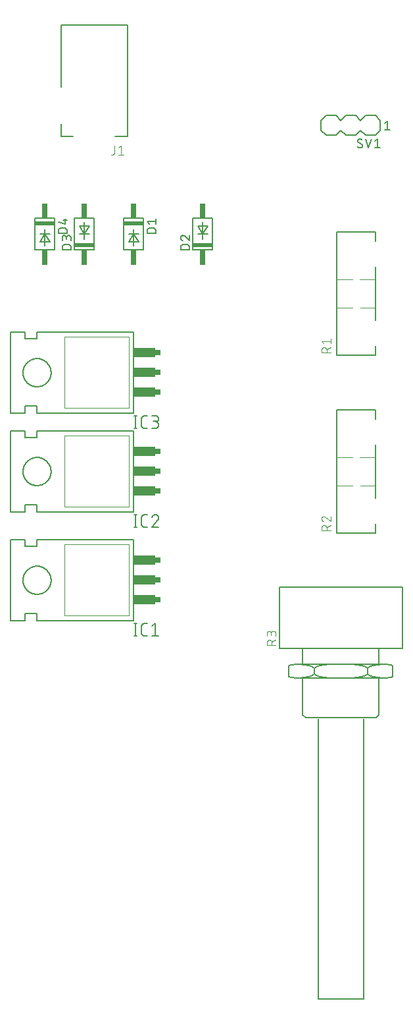
<source format=gbr>
G04 EAGLE Gerber RS-274X export*
G75*
%MOMM*%
%FSLAX34Y34*%
%LPD*%
%INSilkscreen Top*%
%IPPOS*%
%AMOC8*
5,1,8,0,0,1.08239X$1,22.5*%
G01*
%ADD10C,0.152400*%
%ADD11R,2.540000X0.508000*%
%ADD12R,0.762000X1.905000*%
%ADD13C,0.127000*%
%ADD14C,0.050800*%
%ADD15R,0.635000X0.762000*%
%ADD16R,2.794000X1.270000*%
%ADD17C,0.177800*%
%ADD18C,0.203200*%
%ADD19C,0.101600*%
%ADD20C,0.010000*%


D10*
X152400Y513080D02*
X152400Y553720D01*
X152400Y513080D02*
X177800Y513080D01*
X177800Y553720D01*
X152400Y553720D01*
X165100Y539750D02*
X165100Y533400D01*
X171450Y523240D02*
X158750Y523240D01*
X165100Y533400D01*
X165100Y518160D01*
X171450Y523240D02*
X165100Y533400D01*
X171450Y533400D01*
X165100Y533400D02*
X158750Y533400D01*
D11*
X165100Y547370D03*
D12*
X165100Y503555D03*
X165100Y563245D03*
D13*
X182245Y534924D02*
X193675Y534924D01*
X182245Y534924D02*
X182245Y538099D01*
X182247Y538210D01*
X182253Y538320D01*
X182262Y538431D01*
X182276Y538541D01*
X182293Y538650D01*
X182314Y538759D01*
X182339Y538867D01*
X182368Y538974D01*
X182400Y539080D01*
X182436Y539185D01*
X182476Y539288D01*
X182519Y539390D01*
X182566Y539491D01*
X182617Y539590D01*
X182670Y539687D01*
X182727Y539781D01*
X182788Y539874D01*
X182851Y539965D01*
X182918Y540054D01*
X182988Y540140D01*
X183061Y540223D01*
X183136Y540305D01*
X183214Y540383D01*
X183296Y540458D01*
X183379Y540531D01*
X183465Y540601D01*
X183554Y540668D01*
X183645Y540731D01*
X183738Y540792D01*
X183833Y540849D01*
X183929Y540902D01*
X184028Y540953D01*
X184129Y541000D01*
X184231Y541043D01*
X184334Y541083D01*
X184439Y541119D01*
X184545Y541151D01*
X184652Y541180D01*
X184760Y541205D01*
X184869Y541226D01*
X184978Y541243D01*
X185088Y541257D01*
X185199Y541266D01*
X185309Y541272D01*
X185420Y541274D01*
X190500Y541274D01*
X190611Y541272D01*
X190721Y541266D01*
X190832Y541257D01*
X190942Y541243D01*
X191051Y541226D01*
X191160Y541205D01*
X191268Y541180D01*
X191375Y541151D01*
X191481Y541119D01*
X191586Y541083D01*
X191689Y541043D01*
X191791Y541000D01*
X191892Y540953D01*
X191991Y540902D01*
X192088Y540849D01*
X192182Y540792D01*
X192275Y540731D01*
X192366Y540668D01*
X192455Y540601D01*
X192541Y540531D01*
X192624Y540458D01*
X192706Y540383D01*
X192784Y540305D01*
X192859Y540223D01*
X192932Y540140D01*
X193002Y540054D01*
X193069Y539965D01*
X193132Y539874D01*
X193193Y539781D01*
X193250Y539687D01*
X193303Y539590D01*
X193354Y539491D01*
X193401Y539390D01*
X193444Y539288D01*
X193484Y539185D01*
X193520Y539080D01*
X193552Y538974D01*
X193581Y538867D01*
X193606Y538759D01*
X193627Y538650D01*
X193644Y538541D01*
X193658Y538431D01*
X193667Y538320D01*
X193673Y538210D01*
X193675Y538099D01*
X193675Y534924D01*
X184785Y546735D02*
X182245Y549910D01*
X193675Y549910D01*
X193675Y546735D02*
X193675Y553085D01*
D10*
X266700Y553720D02*
X266700Y513080D01*
X266700Y553720D02*
X241300Y553720D01*
X241300Y513080D01*
X266700Y513080D01*
X254000Y527050D02*
X254000Y533400D01*
X247650Y543560D02*
X260350Y543560D01*
X254000Y533400D01*
X254000Y548640D01*
X247650Y543560D02*
X254000Y533400D01*
X247650Y533400D01*
X254000Y533400D02*
X260350Y533400D01*
D11*
X254000Y519430D03*
D12*
X254000Y563245D03*
X254000Y503555D03*
D13*
X236855Y513715D02*
X225425Y513715D01*
X225425Y516890D01*
X225427Y517001D01*
X225433Y517111D01*
X225442Y517222D01*
X225456Y517332D01*
X225473Y517441D01*
X225494Y517550D01*
X225519Y517658D01*
X225548Y517765D01*
X225580Y517871D01*
X225616Y517976D01*
X225656Y518079D01*
X225699Y518181D01*
X225746Y518282D01*
X225797Y518381D01*
X225850Y518478D01*
X225907Y518572D01*
X225968Y518665D01*
X226031Y518756D01*
X226098Y518845D01*
X226168Y518931D01*
X226241Y519014D01*
X226316Y519096D01*
X226394Y519174D01*
X226476Y519249D01*
X226559Y519322D01*
X226645Y519392D01*
X226734Y519459D01*
X226825Y519522D01*
X226918Y519583D01*
X227013Y519640D01*
X227109Y519693D01*
X227208Y519744D01*
X227309Y519791D01*
X227411Y519834D01*
X227514Y519874D01*
X227619Y519910D01*
X227725Y519942D01*
X227832Y519971D01*
X227940Y519996D01*
X228049Y520017D01*
X228158Y520034D01*
X228268Y520048D01*
X228379Y520057D01*
X228489Y520063D01*
X228600Y520065D01*
X233680Y520065D01*
X233791Y520063D01*
X233901Y520057D01*
X234012Y520048D01*
X234122Y520034D01*
X234231Y520017D01*
X234340Y519996D01*
X234448Y519971D01*
X234555Y519942D01*
X234661Y519910D01*
X234766Y519874D01*
X234869Y519834D01*
X234971Y519791D01*
X235072Y519744D01*
X235171Y519693D01*
X235268Y519640D01*
X235362Y519583D01*
X235455Y519522D01*
X235546Y519459D01*
X235635Y519392D01*
X235721Y519322D01*
X235804Y519249D01*
X235886Y519174D01*
X235964Y519096D01*
X236039Y519014D01*
X236112Y518931D01*
X236182Y518845D01*
X236249Y518756D01*
X236312Y518665D01*
X236373Y518572D01*
X236430Y518478D01*
X236483Y518381D01*
X236534Y518282D01*
X236581Y518181D01*
X236624Y518079D01*
X236664Y517976D01*
X236700Y517871D01*
X236732Y517765D01*
X236761Y517658D01*
X236786Y517550D01*
X236807Y517441D01*
X236824Y517332D01*
X236838Y517222D01*
X236847Y517111D01*
X236853Y517001D01*
X236855Y516890D01*
X236855Y513715D01*
X225425Y529019D02*
X225427Y529123D01*
X225433Y529228D01*
X225442Y529332D01*
X225455Y529435D01*
X225473Y529538D01*
X225493Y529640D01*
X225518Y529742D01*
X225546Y529842D01*
X225578Y529942D01*
X225614Y530040D01*
X225653Y530137D01*
X225695Y530232D01*
X225741Y530326D01*
X225791Y530418D01*
X225843Y530508D01*
X225899Y530596D01*
X225959Y530682D01*
X226021Y530766D01*
X226086Y530847D01*
X226154Y530926D01*
X226226Y531003D01*
X226299Y531076D01*
X226376Y531148D01*
X226455Y531216D01*
X226536Y531281D01*
X226620Y531343D01*
X226706Y531403D01*
X226794Y531459D01*
X226884Y531511D01*
X226976Y531561D01*
X227070Y531607D01*
X227165Y531649D01*
X227262Y531688D01*
X227360Y531724D01*
X227460Y531756D01*
X227560Y531784D01*
X227662Y531809D01*
X227764Y531829D01*
X227867Y531847D01*
X227970Y531860D01*
X228074Y531869D01*
X228179Y531875D01*
X228283Y531877D01*
X225425Y529019D02*
X225427Y528901D01*
X225433Y528782D01*
X225442Y528664D01*
X225455Y528547D01*
X225473Y528430D01*
X225493Y528313D01*
X225518Y528197D01*
X225546Y528082D01*
X225579Y527969D01*
X225614Y527856D01*
X225654Y527744D01*
X225696Y527634D01*
X225743Y527525D01*
X225793Y527417D01*
X225846Y527312D01*
X225903Y527208D01*
X225963Y527106D01*
X226026Y527006D01*
X226093Y526908D01*
X226162Y526812D01*
X226235Y526719D01*
X226311Y526628D01*
X226389Y526539D01*
X226471Y526453D01*
X226555Y526370D01*
X226641Y526289D01*
X226731Y526212D01*
X226822Y526137D01*
X226916Y526065D01*
X227013Y525996D01*
X227111Y525931D01*
X227212Y525868D01*
X227315Y525809D01*
X227419Y525753D01*
X227525Y525701D01*
X227633Y525652D01*
X227742Y525607D01*
X227853Y525565D01*
X227965Y525527D01*
X230505Y530924D02*
X230430Y531000D01*
X230351Y531075D01*
X230270Y531146D01*
X230186Y531215D01*
X230100Y531280D01*
X230012Y531342D01*
X229922Y531402D01*
X229830Y531458D01*
X229735Y531511D01*
X229639Y531560D01*
X229541Y531606D01*
X229442Y531649D01*
X229341Y531688D01*
X229239Y531723D01*
X229136Y531755D01*
X229032Y531783D01*
X228927Y531808D01*
X228820Y531829D01*
X228714Y531846D01*
X228607Y531859D01*
X228499Y531868D01*
X228391Y531874D01*
X228283Y531876D01*
X230505Y530924D02*
X236855Y525526D01*
X236855Y531876D01*
D10*
X114300Y513080D02*
X114300Y553720D01*
X88900Y553720D01*
X88900Y513080D01*
X114300Y513080D01*
X101600Y527050D02*
X101600Y533400D01*
X95250Y543560D02*
X107950Y543560D01*
X101600Y533400D01*
X101600Y548640D01*
X95250Y543560D02*
X101600Y533400D01*
X95250Y533400D01*
X101600Y533400D02*
X107950Y533400D01*
D11*
X101600Y519430D03*
D12*
X101600Y563245D03*
X101600Y503555D03*
D13*
X84455Y513715D02*
X73025Y513715D01*
X73025Y516890D01*
X73027Y517001D01*
X73033Y517111D01*
X73042Y517222D01*
X73056Y517332D01*
X73073Y517441D01*
X73094Y517550D01*
X73119Y517658D01*
X73148Y517765D01*
X73180Y517871D01*
X73216Y517976D01*
X73256Y518079D01*
X73299Y518181D01*
X73346Y518282D01*
X73397Y518381D01*
X73450Y518478D01*
X73507Y518572D01*
X73568Y518665D01*
X73631Y518756D01*
X73698Y518845D01*
X73768Y518931D01*
X73841Y519014D01*
X73916Y519096D01*
X73994Y519174D01*
X74076Y519249D01*
X74159Y519322D01*
X74245Y519392D01*
X74334Y519459D01*
X74425Y519522D01*
X74518Y519583D01*
X74613Y519640D01*
X74709Y519693D01*
X74808Y519744D01*
X74909Y519791D01*
X75011Y519834D01*
X75114Y519874D01*
X75219Y519910D01*
X75325Y519942D01*
X75432Y519971D01*
X75540Y519996D01*
X75649Y520017D01*
X75758Y520034D01*
X75868Y520048D01*
X75979Y520057D01*
X76089Y520063D01*
X76200Y520065D01*
X81280Y520065D01*
X81391Y520063D01*
X81501Y520057D01*
X81612Y520048D01*
X81722Y520034D01*
X81831Y520017D01*
X81940Y519996D01*
X82048Y519971D01*
X82155Y519942D01*
X82261Y519910D01*
X82366Y519874D01*
X82469Y519834D01*
X82571Y519791D01*
X82672Y519744D01*
X82771Y519693D01*
X82868Y519640D01*
X82962Y519583D01*
X83055Y519522D01*
X83146Y519459D01*
X83235Y519392D01*
X83321Y519322D01*
X83404Y519249D01*
X83486Y519174D01*
X83564Y519096D01*
X83639Y519014D01*
X83712Y518931D01*
X83782Y518845D01*
X83849Y518756D01*
X83912Y518665D01*
X83973Y518572D01*
X84030Y518478D01*
X84083Y518381D01*
X84134Y518282D01*
X84181Y518181D01*
X84224Y518079D01*
X84264Y517976D01*
X84300Y517871D01*
X84332Y517765D01*
X84361Y517658D01*
X84386Y517550D01*
X84407Y517441D01*
X84424Y517332D01*
X84438Y517222D01*
X84447Y517111D01*
X84453Y517001D01*
X84455Y516890D01*
X84455Y513715D01*
X84455Y525526D02*
X84455Y528701D01*
X84453Y528812D01*
X84447Y528922D01*
X84438Y529033D01*
X84424Y529143D01*
X84407Y529252D01*
X84386Y529361D01*
X84361Y529469D01*
X84332Y529576D01*
X84300Y529682D01*
X84264Y529787D01*
X84224Y529890D01*
X84181Y529992D01*
X84134Y530093D01*
X84083Y530192D01*
X84030Y530289D01*
X83973Y530383D01*
X83912Y530476D01*
X83849Y530567D01*
X83782Y530656D01*
X83712Y530742D01*
X83639Y530825D01*
X83564Y530907D01*
X83486Y530985D01*
X83404Y531060D01*
X83321Y531133D01*
X83235Y531203D01*
X83146Y531270D01*
X83055Y531333D01*
X82962Y531394D01*
X82868Y531451D01*
X82771Y531504D01*
X82672Y531555D01*
X82571Y531602D01*
X82469Y531645D01*
X82366Y531685D01*
X82261Y531721D01*
X82155Y531753D01*
X82048Y531782D01*
X81940Y531807D01*
X81831Y531828D01*
X81722Y531845D01*
X81612Y531859D01*
X81501Y531868D01*
X81391Y531874D01*
X81280Y531876D01*
X81169Y531874D01*
X81059Y531868D01*
X80948Y531859D01*
X80838Y531845D01*
X80729Y531828D01*
X80620Y531807D01*
X80512Y531782D01*
X80405Y531753D01*
X80299Y531721D01*
X80194Y531685D01*
X80091Y531645D01*
X79989Y531602D01*
X79888Y531555D01*
X79789Y531504D01*
X79693Y531451D01*
X79598Y531394D01*
X79505Y531333D01*
X79414Y531270D01*
X79325Y531203D01*
X79239Y531133D01*
X79156Y531060D01*
X79074Y530985D01*
X78996Y530907D01*
X78921Y530825D01*
X78848Y530742D01*
X78778Y530656D01*
X78711Y530567D01*
X78648Y530476D01*
X78587Y530383D01*
X78530Y530289D01*
X78477Y530192D01*
X78426Y530093D01*
X78379Y529992D01*
X78336Y529890D01*
X78296Y529787D01*
X78260Y529682D01*
X78228Y529576D01*
X78199Y529469D01*
X78174Y529361D01*
X78153Y529252D01*
X78136Y529143D01*
X78122Y529033D01*
X78113Y528922D01*
X78107Y528812D01*
X78105Y528701D01*
X73025Y529336D02*
X73025Y525526D01*
X73025Y529336D02*
X73027Y529436D01*
X73033Y529535D01*
X73043Y529635D01*
X73056Y529733D01*
X73074Y529832D01*
X73095Y529929D01*
X73120Y530025D01*
X73149Y530121D01*
X73182Y530215D01*
X73218Y530308D01*
X73258Y530399D01*
X73302Y530489D01*
X73349Y530577D01*
X73399Y530663D01*
X73453Y530747D01*
X73510Y530829D01*
X73570Y530908D01*
X73634Y530986D01*
X73700Y531060D01*
X73769Y531132D01*
X73841Y531201D01*
X73915Y531267D01*
X73993Y531331D01*
X74072Y531391D01*
X74154Y531448D01*
X74238Y531502D01*
X74324Y531552D01*
X74412Y531599D01*
X74502Y531643D01*
X74593Y531683D01*
X74686Y531719D01*
X74780Y531752D01*
X74876Y531781D01*
X74972Y531806D01*
X75069Y531827D01*
X75168Y531845D01*
X75266Y531858D01*
X75366Y531868D01*
X75465Y531874D01*
X75565Y531876D01*
X75665Y531874D01*
X75764Y531868D01*
X75864Y531858D01*
X75962Y531845D01*
X76061Y531827D01*
X76158Y531806D01*
X76254Y531781D01*
X76350Y531752D01*
X76444Y531719D01*
X76537Y531683D01*
X76628Y531643D01*
X76718Y531599D01*
X76806Y531552D01*
X76892Y531502D01*
X76976Y531448D01*
X77058Y531391D01*
X77137Y531331D01*
X77215Y531267D01*
X77289Y531201D01*
X77361Y531132D01*
X77430Y531060D01*
X77496Y530986D01*
X77560Y530908D01*
X77620Y530829D01*
X77677Y530747D01*
X77731Y530663D01*
X77781Y530577D01*
X77828Y530489D01*
X77872Y530399D01*
X77912Y530308D01*
X77948Y530215D01*
X77981Y530121D01*
X78010Y530025D01*
X78035Y529929D01*
X78056Y529832D01*
X78074Y529733D01*
X78087Y529635D01*
X78097Y529535D01*
X78103Y529436D01*
X78105Y529336D01*
X78105Y526796D01*
D10*
X38100Y513080D02*
X38100Y553720D01*
X38100Y513080D02*
X63500Y513080D01*
X63500Y553720D01*
X38100Y553720D01*
X50800Y539750D02*
X50800Y533400D01*
X57150Y523240D02*
X44450Y523240D01*
X50800Y533400D01*
X50800Y518160D01*
X57150Y523240D02*
X50800Y533400D01*
X57150Y533400D01*
X50800Y533400D02*
X44450Y533400D01*
D11*
X50800Y547370D03*
D12*
X50800Y503555D03*
X50800Y563245D03*
D13*
X67945Y534924D02*
X79375Y534924D01*
X67945Y534924D02*
X67945Y538099D01*
X67947Y538210D01*
X67953Y538320D01*
X67962Y538431D01*
X67976Y538541D01*
X67993Y538650D01*
X68014Y538759D01*
X68039Y538867D01*
X68068Y538974D01*
X68100Y539080D01*
X68136Y539185D01*
X68176Y539288D01*
X68219Y539390D01*
X68266Y539491D01*
X68317Y539590D01*
X68370Y539687D01*
X68427Y539781D01*
X68488Y539874D01*
X68551Y539965D01*
X68618Y540054D01*
X68688Y540140D01*
X68761Y540223D01*
X68836Y540305D01*
X68914Y540383D01*
X68996Y540458D01*
X69079Y540531D01*
X69165Y540601D01*
X69254Y540668D01*
X69345Y540731D01*
X69438Y540792D01*
X69533Y540849D01*
X69629Y540902D01*
X69728Y540953D01*
X69829Y541000D01*
X69931Y541043D01*
X70034Y541083D01*
X70139Y541119D01*
X70245Y541151D01*
X70352Y541180D01*
X70460Y541205D01*
X70569Y541226D01*
X70678Y541243D01*
X70788Y541257D01*
X70899Y541266D01*
X71009Y541272D01*
X71120Y541274D01*
X76200Y541274D01*
X76311Y541272D01*
X76421Y541266D01*
X76532Y541257D01*
X76642Y541243D01*
X76751Y541226D01*
X76860Y541205D01*
X76968Y541180D01*
X77075Y541151D01*
X77181Y541119D01*
X77286Y541083D01*
X77389Y541043D01*
X77491Y541000D01*
X77592Y540953D01*
X77691Y540902D01*
X77788Y540849D01*
X77882Y540792D01*
X77975Y540731D01*
X78066Y540668D01*
X78155Y540601D01*
X78241Y540531D01*
X78324Y540458D01*
X78406Y540383D01*
X78484Y540305D01*
X78559Y540223D01*
X78632Y540140D01*
X78702Y540054D01*
X78769Y539965D01*
X78832Y539874D01*
X78893Y539781D01*
X78950Y539687D01*
X79003Y539590D01*
X79054Y539491D01*
X79101Y539390D01*
X79144Y539288D01*
X79184Y539185D01*
X79220Y539080D01*
X79252Y538974D01*
X79281Y538867D01*
X79306Y538759D01*
X79327Y538650D01*
X79344Y538541D01*
X79358Y538431D01*
X79367Y538320D01*
X79373Y538210D01*
X79375Y538099D01*
X79375Y534924D01*
X76835Y546735D02*
X67945Y549275D01*
X76835Y546735D02*
X76835Y553085D01*
X74295Y551180D02*
X79375Y551180D01*
D10*
X165100Y140970D02*
X165100Y36830D01*
X6350Y36830D02*
X6350Y140970D01*
X40640Y140970D02*
X165100Y140970D01*
X40640Y140970D02*
X40640Y132080D01*
X25400Y132080D01*
X25400Y140970D01*
X6350Y140970D01*
X40640Y36830D02*
X165100Y36830D01*
X40640Y36830D02*
X40640Y45720D01*
X25400Y45720D01*
X25400Y36830D01*
X6350Y36830D01*
D14*
X158750Y43180D02*
X158750Y134620D01*
X76200Y134620D01*
X76200Y43180D01*
X158750Y43180D01*
D10*
X22606Y88900D02*
X22611Y89343D01*
X22628Y89785D01*
X22655Y90227D01*
X22693Y90668D01*
X22742Y91108D01*
X22801Y91546D01*
X22872Y91983D01*
X22953Y92418D01*
X23044Y92851D01*
X23146Y93282D01*
X23259Y93710D01*
X23383Y94135D01*
X23516Y94557D01*
X23660Y94975D01*
X23814Y95390D01*
X23979Y95801D01*
X24153Y96208D01*
X24337Y96611D01*
X24532Y97008D01*
X24735Y97401D01*
X24949Y97789D01*
X25172Y98171D01*
X25404Y98548D01*
X25645Y98919D01*
X25896Y99284D01*
X26155Y99643D01*
X26423Y99995D01*
X26700Y100341D01*
X26984Y100679D01*
X27278Y101011D01*
X27579Y101335D01*
X27888Y101652D01*
X28205Y101961D01*
X28529Y102262D01*
X28861Y102556D01*
X29199Y102840D01*
X29545Y103117D01*
X29897Y103385D01*
X30256Y103644D01*
X30621Y103895D01*
X30992Y104136D01*
X31369Y104368D01*
X31751Y104591D01*
X32139Y104805D01*
X32532Y105008D01*
X32929Y105203D01*
X33332Y105387D01*
X33739Y105561D01*
X34150Y105726D01*
X34565Y105880D01*
X34983Y106024D01*
X35405Y106157D01*
X35830Y106281D01*
X36258Y106394D01*
X36689Y106496D01*
X37122Y106587D01*
X37557Y106668D01*
X37994Y106739D01*
X38432Y106798D01*
X38872Y106847D01*
X39313Y106885D01*
X39755Y106912D01*
X40197Y106929D01*
X40640Y106934D01*
X41083Y106929D01*
X41525Y106912D01*
X41967Y106885D01*
X42408Y106847D01*
X42848Y106798D01*
X43286Y106739D01*
X43723Y106668D01*
X44158Y106587D01*
X44591Y106496D01*
X45022Y106394D01*
X45450Y106281D01*
X45875Y106157D01*
X46297Y106024D01*
X46715Y105880D01*
X47130Y105726D01*
X47541Y105561D01*
X47948Y105387D01*
X48351Y105203D01*
X48748Y105008D01*
X49141Y104805D01*
X49529Y104591D01*
X49911Y104368D01*
X50288Y104136D01*
X50659Y103895D01*
X51024Y103644D01*
X51383Y103385D01*
X51735Y103117D01*
X52081Y102840D01*
X52419Y102556D01*
X52751Y102262D01*
X53075Y101961D01*
X53392Y101652D01*
X53701Y101335D01*
X54002Y101011D01*
X54296Y100679D01*
X54580Y100341D01*
X54857Y99995D01*
X55125Y99643D01*
X55384Y99284D01*
X55635Y98919D01*
X55876Y98548D01*
X56108Y98171D01*
X56331Y97789D01*
X56545Y97401D01*
X56748Y97008D01*
X56943Y96611D01*
X57127Y96208D01*
X57301Y95801D01*
X57466Y95390D01*
X57620Y94975D01*
X57764Y94557D01*
X57897Y94135D01*
X58021Y93710D01*
X58134Y93282D01*
X58236Y92851D01*
X58327Y92418D01*
X58408Y91983D01*
X58479Y91546D01*
X58538Y91108D01*
X58587Y90668D01*
X58625Y90227D01*
X58652Y89785D01*
X58669Y89343D01*
X58674Y88900D01*
X58669Y88457D01*
X58652Y88015D01*
X58625Y87573D01*
X58587Y87132D01*
X58538Y86692D01*
X58479Y86254D01*
X58408Y85817D01*
X58327Y85382D01*
X58236Y84949D01*
X58134Y84518D01*
X58021Y84090D01*
X57897Y83665D01*
X57764Y83243D01*
X57620Y82825D01*
X57466Y82410D01*
X57301Y81999D01*
X57127Y81592D01*
X56943Y81189D01*
X56748Y80792D01*
X56545Y80399D01*
X56331Y80011D01*
X56108Y79629D01*
X55876Y79252D01*
X55635Y78881D01*
X55384Y78516D01*
X55125Y78157D01*
X54857Y77805D01*
X54580Y77459D01*
X54296Y77121D01*
X54002Y76789D01*
X53701Y76465D01*
X53392Y76148D01*
X53075Y75839D01*
X52751Y75538D01*
X52419Y75244D01*
X52081Y74960D01*
X51735Y74683D01*
X51383Y74415D01*
X51024Y74156D01*
X50659Y73905D01*
X50288Y73664D01*
X49911Y73432D01*
X49529Y73209D01*
X49141Y72995D01*
X48748Y72792D01*
X48351Y72597D01*
X47948Y72413D01*
X47541Y72239D01*
X47130Y72074D01*
X46715Y71920D01*
X46297Y71776D01*
X45875Y71643D01*
X45450Y71519D01*
X45022Y71406D01*
X44591Y71304D01*
X44158Y71213D01*
X43723Y71132D01*
X43286Y71061D01*
X42848Y71002D01*
X42408Y70953D01*
X41967Y70915D01*
X41525Y70888D01*
X41083Y70871D01*
X40640Y70866D01*
X40197Y70871D01*
X39755Y70888D01*
X39313Y70915D01*
X38872Y70953D01*
X38432Y71002D01*
X37994Y71061D01*
X37557Y71132D01*
X37122Y71213D01*
X36689Y71304D01*
X36258Y71406D01*
X35830Y71519D01*
X35405Y71643D01*
X34983Y71776D01*
X34565Y71920D01*
X34150Y72074D01*
X33739Y72239D01*
X33332Y72413D01*
X32929Y72597D01*
X32532Y72792D01*
X32139Y72995D01*
X31751Y73209D01*
X31369Y73432D01*
X30992Y73664D01*
X30621Y73905D01*
X30256Y74156D01*
X29897Y74415D01*
X29545Y74683D01*
X29199Y74960D01*
X28861Y75244D01*
X28529Y75538D01*
X28205Y75839D01*
X27888Y76148D01*
X27579Y76465D01*
X27278Y76789D01*
X26984Y77121D01*
X26700Y77459D01*
X26423Y77805D01*
X26155Y78157D01*
X25896Y78516D01*
X25645Y78881D01*
X25404Y79252D01*
X25172Y79629D01*
X24949Y80011D01*
X24735Y80399D01*
X24532Y80792D01*
X24337Y81189D01*
X24153Y81592D01*
X23979Y81999D01*
X23814Y82410D01*
X23660Y82825D01*
X23516Y83243D01*
X23383Y83665D01*
X23259Y84090D01*
X23146Y84518D01*
X23044Y84949D01*
X22953Y85382D01*
X22872Y85817D01*
X22801Y86254D01*
X22742Y86692D01*
X22693Y87132D01*
X22655Y87573D01*
X22628Y88015D01*
X22611Y88457D01*
X22606Y88900D01*
D15*
X196215Y114300D03*
X196215Y88900D03*
X196215Y63500D03*
D16*
X179070Y63500D03*
X179070Y88900D03*
X179070Y114300D03*
D17*
X167255Y33401D02*
X167255Y17399D01*
X165477Y17399D02*
X169033Y17399D01*
X169033Y33401D02*
X165477Y33401D01*
X178827Y17399D02*
X182383Y17399D01*
X178827Y17399D02*
X178711Y17401D01*
X178594Y17407D01*
X178478Y17416D01*
X178363Y17429D01*
X178248Y17446D01*
X178133Y17467D01*
X178020Y17492D01*
X177907Y17520D01*
X177795Y17552D01*
X177684Y17588D01*
X177574Y17627D01*
X177466Y17670D01*
X177359Y17716D01*
X177254Y17766D01*
X177151Y17819D01*
X177049Y17875D01*
X176949Y17935D01*
X176851Y17998D01*
X176756Y18065D01*
X176662Y18134D01*
X176571Y18206D01*
X176482Y18281D01*
X176396Y18360D01*
X176313Y18441D01*
X176232Y18524D01*
X176153Y18610D01*
X176078Y18699D01*
X176006Y18790D01*
X175937Y18884D01*
X175870Y18979D01*
X175807Y19077D01*
X175747Y19177D01*
X175691Y19279D01*
X175638Y19382D01*
X175588Y19487D01*
X175542Y19594D01*
X175499Y19702D01*
X175460Y19812D01*
X175424Y19923D01*
X175392Y20035D01*
X175364Y20148D01*
X175339Y20261D01*
X175318Y20376D01*
X175301Y20491D01*
X175288Y20606D01*
X175279Y20722D01*
X175273Y20839D01*
X175271Y20955D01*
X175271Y29845D01*
X175273Y29961D01*
X175279Y30078D01*
X175288Y30194D01*
X175301Y30309D01*
X175318Y30424D01*
X175339Y30539D01*
X175364Y30652D01*
X175392Y30765D01*
X175424Y30877D01*
X175460Y30988D01*
X175499Y31098D01*
X175542Y31206D01*
X175588Y31313D01*
X175638Y31418D01*
X175691Y31521D01*
X175747Y31623D01*
X175807Y31723D01*
X175870Y31821D01*
X175937Y31916D01*
X176006Y32010D01*
X176078Y32101D01*
X176153Y32190D01*
X176232Y32276D01*
X176313Y32359D01*
X176396Y32440D01*
X176482Y32519D01*
X176571Y32594D01*
X176662Y32666D01*
X176756Y32735D01*
X176851Y32802D01*
X176949Y32865D01*
X177049Y32925D01*
X177151Y32981D01*
X177254Y33034D01*
X177359Y33084D01*
X177466Y33130D01*
X177574Y33173D01*
X177684Y33212D01*
X177795Y33248D01*
X177907Y33280D01*
X178020Y33308D01*
X178133Y33333D01*
X178248Y33354D01*
X178363Y33371D01*
X178478Y33384D01*
X178594Y33393D01*
X178711Y33399D01*
X178827Y33401D01*
X182383Y33401D01*
X188341Y29845D02*
X192786Y33401D01*
X192786Y17399D01*
X188341Y17399D02*
X197231Y17399D01*
D10*
X165100Y176530D02*
X165100Y280670D01*
X6350Y280670D02*
X6350Y176530D01*
X40640Y280670D02*
X165100Y280670D01*
X40640Y280670D02*
X40640Y271780D01*
X25400Y271780D01*
X25400Y280670D01*
X6350Y280670D01*
X40640Y176530D02*
X165100Y176530D01*
X40640Y176530D02*
X40640Y185420D01*
X25400Y185420D01*
X25400Y176530D01*
X6350Y176530D01*
D14*
X158750Y182880D02*
X158750Y274320D01*
X76200Y274320D01*
X76200Y182880D01*
X158750Y182880D01*
D10*
X22606Y228600D02*
X22611Y229043D01*
X22628Y229485D01*
X22655Y229927D01*
X22693Y230368D01*
X22742Y230808D01*
X22801Y231246D01*
X22872Y231683D01*
X22953Y232118D01*
X23044Y232551D01*
X23146Y232982D01*
X23259Y233410D01*
X23383Y233835D01*
X23516Y234257D01*
X23660Y234675D01*
X23814Y235090D01*
X23979Y235501D01*
X24153Y235908D01*
X24337Y236311D01*
X24532Y236708D01*
X24735Y237101D01*
X24949Y237489D01*
X25172Y237871D01*
X25404Y238248D01*
X25645Y238619D01*
X25896Y238984D01*
X26155Y239343D01*
X26423Y239695D01*
X26700Y240041D01*
X26984Y240379D01*
X27278Y240711D01*
X27579Y241035D01*
X27888Y241352D01*
X28205Y241661D01*
X28529Y241962D01*
X28861Y242256D01*
X29199Y242540D01*
X29545Y242817D01*
X29897Y243085D01*
X30256Y243344D01*
X30621Y243595D01*
X30992Y243836D01*
X31369Y244068D01*
X31751Y244291D01*
X32139Y244505D01*
X32532Y244708D01*
X32929Y244903D01*
X33332Y245087D01*
X33739Y245261D01*
X34150Y245426D01*
X34565Y245580D01*
X34983Y245724D01*
X35405Y245857D01*
X35830Y245981D01*
X36258Y246094D01*
X36689Y246196D01*
X37122Y246287D01*
X37557Y246368D01*
X37994Y246439D01*
X38432Y246498D01*
X38872Y246547D01*
X39313Y246585D01*
X39755Y246612D01*
X40197Y246629D01*
X40640Y246634D01*
X41083Y246629D01*
X41525Y246612D01*
X41967Y246585D01*
X42408Y246547D01*
X42848Y246498D01*
X43286Y246439D01*
X43723Y246368D01*
X44158Y246287D01*
X44591Y246196D01*
X45022Y246094D01*
X45450Y245981D01*
X45875Y245857D01*
X46297Y245724D01*
X46715Y245580D01*
X47130Y245426D01*
X47541Y245261D01*
X47948Y245087D01*
X48351Y244903D01*
X48748Y244708D01*
X49141Y244505D01*
X49529Y244291D01*
X49911Y244068D01*
X50288Y243836D01*
X50659Y243595D01*
X51024Y243344D01*
X51383Y243085D01*
X51735Y242817D01*
X52081Y242540D01*
X52419Y242256D01*
X52751Y241962D01*
X53075Y241661D01*
X53392Y241352D01*
X53701Y241035D01*
X54002Y240711D01*
X54296Y240379D01*
X54580Y240041D01*
X54857Y239695D01*
X55125Y239343D01*
X55384Y238984D01*
X55635Y238619D01*
X55876Y238248D01*
X56108Y237871D01*
X56331Y237489D01*
X56545Y237101D01*
X56748Y236708D01*
X56943Y236311D01*
X57127Y235908D01*
X57301Y235501D01*
X57466Y235090D01*
X57620Y234675D01*
X57764Y234257D01*
X57897Y233835D01*
X58021Y233410D01*
X58134Y232982D01*
X58236Y232551D01*
X58327Y232118D01*
X58408Y231683D01*
X58479Y231246D01*
X58538Y230808D01*
X58587Y230368D01*
X58625Y229927D01*
X58652Y229485D01*
X58669Y229043D01*
X58674Y228600D01*
X58669Y228157D01*
X58652Y227715D01*
X58625Y227273D01*
X58587Y226832D01*
X58538Y226392D01*
X58479Y225954D01*
X58408Y225517D01*
X58327Y225082D01*
X58236Y224649D01*
X58134Y224218D01*
X58021Y223790D01*
X57897Y223365D01*
X57764Y222943D01*
X57620Y222525D01*
X57466Y222110D01*
X57301Y221699D01*
X57127Y221292D01*
X56943Y220889D01*
X56748Y220492D01*
X56545Y220099D01*
X56331Y219711D01*
X56108Y219329D01*
X55876Y218952D01*
X55635Y218581D01*
X55384Y218216D01*
X55125Y217857D01*
X54857Y217505D01*
X54580Y217159D01*
X54296Y216821D01*
X54002Y216489D01*
X53701Y216165D01*
X53392Y215848D01*
X53075Y215539D01*
X52751Y215238D01*
X52419Y214944D01*
X52081Y214660D01*
X51735Y214383D01*
X51383Y214115D01*
X51024Y213856D01*
X50659Y213605D01*
X50288Y213364D01*
X49911Y213132D01*
X49529Y212909D01*
X49141Y212695D01*
X48748Y212492D01*
X48351Y212297D01*
X47948Y212113D01*
X47541Y211939D01*
X47130Y211774D01*
X46715Y211620D01*
X46297Y211476D01*
X45875Y211343D01*
X45450Y211219D01*
X45022Y211106D01*
X44591Y211004D01*
X44158Y210913D01*
X43723Y210832D01*
X43286Y210761D01*
X42848Y210702D01*
X42408Y210653D01*
X41967Y210615D01*
X41525Y210588D01*
X41083Y210571D01*
X40640Y210566D01*
X40197Y210571D01*
X39755Y210588D01*
X39313Y210615D01*
X38872Y210653D01*
X38432Y210702D01*
X37994Y210761D01*
X37557Y210832D01*
X37122Y210913D01*
X36689Y211004D01*
X36258Y211106D01*
X35830Y211219D01*
X35405Y211343D01*
X34983Y211476D01*
X34565Y211620D01*
X34150Y211774D01*
X33739Y211939D01*
X33332Y212113D01*
X32929Y212297D01*
X32532Y212492D01*
X32139Y212695D01*
X31751Y212909D01*
X31369Y213132D01*
X30992Y213364D01*
X30621Y213605D01*
X30256Y213856D01*
X29897Y214115D01*
X29545Y214383D01*
X29199Y214660D01*
X28861Y214944D01*
X28529Y215238D01*
X28205Y215539D01*
X27888Y215848D01*
X27579Y216165D01*
X27278Y216489D01*
X26984Y216821D01*
X26700Y217159D01*
X26423Y217505D01*
X26155Y217857D01*
X25896Y218216D01*
X25645Y218581D01*
X25404Y218952D01*
X25172Y219329D01*
X24949Y219711D01*
X24735Y220099D01*
X24532Y220492D01*
X24337Y220889D01*
X24153Y221292D01*
X23979Y221699D01*
X23814Y222110D01*
X23660Y222525D01*
X23516Y222943D01*
X23383Y223365D01*
X23259Y223790D01*
X23146Y224218D01*
X23044Y224649D01*
X22953Y225082D01*
X22872Y225517D01*
X22801Y225954D01*
X22742Y226392D01*
X22693Y226832D01*
X22655Y227273D01*
X22628Y227715D01*
X22611Y228157D01*
X22606Y228600D01*
D15*
X196215Y254000D03*
X196215Y228600D03*
X196215Y203200D03*
D16*
X179070Y203200D03*
X179070Y228600D03*
X179070Y254000D03*
D17*
X167255Y173101D02*
X167255Y157099D01*
X165477Y157099D02*
X169033Y157099D01*
X169033Y173101D02*
X165477Y173101D01*
X178827Y157099D02*
X182383Y157099D01*
X178827Y157099D02*
X178711Y157101D01*
X178594Y157107D01*
X178478Y157116D01*
X178363Y157129D01*
X178248Y157146D01*
X178133Y157167D01*
X178020Y157192D01*
X177907Y157220D01*
X177795Y157252D01*
X177684Y157288D01*
X177574Y157327D01*
X177466Y157370D01*
X177359Y157416D01*
X177254Y157466D01*
X177151Y157519D01*
X177049Y157575D01*
X176949Y157635D01*
X176851Y157698D01*
X176756Y157765D01*
X176662Y157834D01*
X176571Y157906D01*
X176482Y157981D01*
X176396Y158060D01*
X176313Y158141D01*
X176232Y158224D01*
X176153Y158310D01*
X176078Y158399D01*
X176006Y158490D01*
X175937Y158584D01*
X175870Y158679D01*
X175807Y158777D01*
X175747Y158877D01*
X175691Y158979D01*
X175638Y159082D01*
X175588Y159187D01*
X175542Y159294D01*
X175499Y159402D01*
X175460Y159512D01*
X175424Y159623D01*
X175392Y159735D01*
X175364Y159848D01*
X175339Y159961D01*
X175318Y160076D01*
X175301Y160191D01*
X175288Y160306D01*
X175279Y160422D01*
X175273Y160539D01*
X175271Y160655D01*
X175271Y169545D01*
X175273Y169661D01*
X175279Y169778D01*
X175288Y169894D01*
X175301Y170009D01*
X175318Y170124D01*
X175339Y170239D01*
X175364Y170352D01*
X175392Y170465D01*
X175424Y170577D01*
X175460Y170688D01*
X175499Y170798D01*
X175542Y170906D01*
X175588Y171013D01*
X175638Y171118D01*
X175691Y171221D01*
X175747Y171323D01*
X175807Y171423D01*
X175870Y171521D01*
X175937Y171616D01*
X176006Y171710D01*
X176078Y171801D01*
X176153Y171890D01*
X176232Y171976D01*
X176313Y172059D01*
X176396Y172140D01*
X176482Y172219D01*
X176571Y172294D01*
X176662Y172366D01*
X176756Y172435D01*
X176851Y172502D01*
X176949Y172565D01*
X177049Y172625D01*
X177151Y172681D01*
X177254Y172734D01*
X177359Y172784D01*
X177466Y172830D01*
X177574Y172873D01*
X177684Y172912D01*
X177795Y172948D01*
X177907Y172980D01*
X178020Y173008D01*
X178133Y173033D01*
X178248Y173054D01*
X178363Y173071D01*
X178478Y173084D01*
X178594Y173093D01*
X178711Y173099D01*
X178827Y173101D01*
X182383Y173101D01*
X193231Y173102D02*
X193357Y173100D01*
X193482Y173094D01*
X193608Y173084D01*
X193732Y173070D01*
X193857Y173053D01*
X193981Y173031D01*
X194104Y173006D01*
X194226Y172976D01*
X194347Y172943D01*
X194467Y172906D01*
X194586Y172865D01*
X194704Y172821D01*
X194820Y172773D01*
X194935Y172721D01*
X195047Y172666D01*
X195158Y172607D01*
X195268Y172545D01*
X195375Y172479D01*
X195480Y172410D01*
X195583Y172338D01*
X195683Y172262D01*
X195781Y172184D01*
X195877Y172102D01*
X195970Y172018D01*
X196060Y171930D01*
X196148Y171840D01*
X196232Y171747D01*
X196314Y171651D01*
X196392Y171553D01*
X196468Y171453D01*
X196540Y171350D01*
X196609Y171245D01*
X196675Y171138D01*
X196737Y171028D01*
X196796Y170917D01*
X196851Y170805D01*
X196903Y170690D01*
X196951Y170574D01*
X196995Y170456D01*
X197036Y170337D01*
X197073Y170217D01*
X197106Y170096D01*
X197136Y169974D01*
X197161Y169851D01*
X197183Y169727D01*
X197200Y169602D01*
X197214Y169478D01*
X197224Y169352D01*
X197230Y169227D01*
X197232Y169101D01*
X193231Y173101D02*
X193090Y173099D01*
X192950Y173093D01*
X192810Y173084D01*
X192670Y173070D01*
X192531Y173053D01*
X192392Y173032D01*
X192253Y173007D01*
X192116Y172979D01*
X191979Y172946D01*
X191843Y172910D01*
X191708Y172870D01*
X191575Y172827D01*
X191442Y172780D01*
X191311Y172729D01*
X191182Y172675D01*
X191054Y172617D01*
X190927Y172556D01*
X190802Y172491D01*
X190680Y172423D01*
X190559Y172352D01*
X190439Y172277D01*
X190323Y172199D01*
X190208Y172118D01*
X190095Y172034D01*
X189985Y171946D01*
X189877Y171856D01*
X189772Y171763D01*
X189670Y171667D01*
X189570Y171568D01*
X189472Y171467D01*
X189378Y171363D01*
X189286Y171256D01*
X189198Y171147D01*
X189112Y171036D01*
X189030Y170922D01*
X188950Y170806D01*
X188874Y170688D01*
X188801Y170568D01*
X188732Y170446D01*
X188665Y170322D01*
X188602Y170196D01*
X188543Y170069D01*
X188487Y169940D01*
X188435Y169810D01*
X188386Y169678D01*
X188341Y169545D01*
X195897Y165989D02*
X195989Y166080D01*
X196079Y166173D01*
X196165Y166268D01*
X196249Y166366D01*
X196329Y166467D01*
X196407Y166570D01*
X196481Y166675D01*
X196552Y166783D01*
X196620Y166892D01*
X196684Y167004D01*
X196746Y167117D01*
X196803Y167232D01*
X196858Y167349D01*
X196909Y167468D01*
X196956Y167588D01*
X196999Y167709D01*
X197039Y167831D01*
X197075Y167955D01*
X197108Y168080D01*
X197137Y168205D01*
X197162Y168332D01*
X197183Y168459D01*
X197200Y168587D01*
X197214Y168715D01*
X197223Y168843D01*
X197229Y168972D01*
X197231Y169101D01*
X195898Y165989D02*
X188341Y157099D01*
X197231Y157099D01*
D10*
X165100Y303530D02*
X165100Y407670D01*
X6350Y407670D02*
X6350Y303530D01*
X40640Y407670D02*
X165100Y407670D01*
X40640Y407670D02*
X40640Y398780D01*
X25400Y398780D01*
X25400Y407670D01*
X6350Y407670D01*
X40640Y303530D02*
X165100Y303530D01*
X40640Y303530D02*
X40640Y312420D01*
X25400Y312420D01*
X25400Y303530D01*
X6350Y303530D01*
D14*
X158750Y309880D02*
X158750Y401320D01*
X76200Y401320D01*
X76200Y309880D01*
X158750Y309880D01*
D10*
X22606Y355600D02*
X22611Y356043D01*
X22628Y356485D01*
X22655Y356927D01*
X22693Y357368D01*
X22742Y357808D01*
X22801Y358246D01*
X22872Y358683D01*
X22953Y359118D01*
X23044Y359551D01*
X23146Y359982D01*
X23259Y360410D01*
X23383Y360835D01*
X23516Y361257D01*
X23660Y361675D01*
X23814Y362090D01*
X23979Y362501D01*
X24153Y362908D01*
X24337Y363311D01*
X24532Y363708D01*
X24735Y364101D01*
X24949Y364489D01*
X25172Y364871D01*
X25404Y365248D01*
X25645Y365619D01*
X25896Y365984D01*
X26155Y366343D01*
X26423Y366695D01*
X26700Y367041D01*
X26984Y367379D01*
X27278Y367711D01*
X27579Y368035D01*
X27888Y368352D01*
X28205Y368661D01*
X28529Y368962D01*
X28861Y369256D01*
X29199Y369540D01*
X29545Y369817D01*
X29897Y370085D01*
X30256Y370344D01*
X30621Y370595D01*
X30992Y370836D01*
X31369Y371068D01*
X31751Y371291D01*
X32139Y371505D01*
X32532Y371708D01*
X32929Y371903D01*
X33332Y372087D01*
X33739Y372261D01*
X34150Y372426D01*
X34565Y372580D01*
X34983Y372724D01*
X35405Y372857D01*
X35830Y372981D01*
X36258Y373094D01*
X36689Y373196D01*
X37122Y373287D01*
X37557Y373368D01*
X37994Y373439D01*
X38432Y373498D01*
X38872Y373547D01*
X39313Y373585D01*
X39755Y373612D01*
X40197Y373629D01*
X40640Y373634D01*
X41083Y373629D01*
X41525Y373612D01*
X41967Y373585D01*
X42408Y373547D01*
X42848Y373498D01*
X43286Y373439D01*
X43723Y373368D01*
X44158Y373287D01*
X44591Y373196D01*
X45022Y373094D01*
X45450Y372981D01*
X45875Y372857D01*
X46297Y372724D01*
X46715Y372580D01*
X47130Y372426D01*
X47541Y372261D01*
X47948Y372087D01*
X48351Y371903D01*
X48748Y371708D01*
X49141Y371505D01*
X49529Y371291D01*
X49911Y371068D01*
X50288Y370836D01*
X50659Y370595D01*
X51024Y370344D01*
X51383Y370085D01*
X51735Y369817D01*
X52081Y369540D01*
X52419Y369256D01*
X52751Y368962D01*
X53075Y368661D01*
X53392Y368352D01*
X53701Y368035D01*
X54002Y367711D01*
X54296Y367379D01*
X54580Y367041D01*
X54857Y366695D01*
X55125Y366343D01*
X55384Y365984D01*
X55635Y365619D01*
X55876Y365248D01*
X56108Y364871D01*
X56331Y364489D01*
X56545Y364101D01*
X56748Y363708D01*
X56943Y363311D01*
X57127Y362908D01*
X57301Y362501D01*
X57466Y362090D01*
X57620Y361675D01*
X57764Y361257D01*
X57897Y360835D01*
X58021Y360410D01*
X58134Y359982D01*
X58236Y359551D01*
X58327Y359118D01*
X58408Y358683D01*
X58479Y358246D01*
X58538Y357808D01*
X58587Y357368D01*
X58625Y356927D01*
X58652Y356485D01*
X58669Y356043D01*
X58674Y355600D01*
X58669Y355157D01*
X58652Y354715D01*
X58625Y354273D01*
X58587Y353832D01*
X58538Y353392D01*
X58479Y352954D01*
X58408Y352517D01*
X58327Y352082D01*
X58236Y351649D01*
X58134Y351218D01*
X58021Y350790D01*
X57897Y350365D01*
X57764Y349943D01*
X57620Y349525D01*
X57466Y349110D01*
X57301Y348699D01*
X57127Y348292D01*
X56943Y347889D01*
X56748Y347492D01*
X56545Y347099D01*
X56331Y346711D01*
X56108Y346329D01*
X55876Y345952D01*
X55635Y345581D01*
X55384Y345216D01*
X55125Y344857D01*
X54857Y344505D01*
X54580Y344159D01*
X54296Y343821D01*
X54002Y343489D01*
X53701Y343165D01*
X53392Y342848D01*
X53075Y342539D01*
X52751Y342238D01*
X52419Y341944D01*
X52081Y341660D01*
X51735Y341383D01*
X51383Y341115D01*
X51024Y340856D01*
X50659Y340605D01*
X50288Y340364D01*
X49911Y340132D01*
X49529Y339909D01*
X49141Y339695D01*
X48748Y339492D01*
X48351Y339297D01*
X47948Y339113D01*
X47541Y338939D01*
X47130Y338774D01*
X46715Y338620D01*
X46297Y338476D01*
X45875Y338343D01*
X45450Y338219D01*
X45022Y338106D01*
X44591Y338004D01*
X44158Y337913D01*
X43723Y337832D01*
X43286Y337761D01*
X42848Y337702D01*
X42408Y337653D01*
X41967Y337615D01*
X41525Y337588D01*
X41083Y337571D01*
X40640Y337566D01*
X40197Y337571D01*
X39755Y337588D01*
X39313Y337615D01*
X38872Y337653D01*
X38432Y337702D01*
X37994Y337761D01*
X37557Y337832D01*
X37122Y337913D01*
X36689Y338004D01*
X36258Y338106D01*
X35830Y338219D01*
X35405Y338343D01*
X34983Y338476D01*
X34565Y338620D01*
X34150Y338774D01*
X33739Y338939D01*
X33332Y339113D01*
X32929Y339297D01*
X32532Y339492D01*
X32139Y339695D01*
X31751Y339909D01*
X31369Y340132D01*
X30992Y340364D01*
X30621Y340605D01*
X30256Y340856D01*
X29897Y341115D01*
X29545Y341383D01*
X29199Y341660D01*
X28861Y341944D01*
X28529Y342238D01*
X28205Y342539D01*
X27888Y342848D01*
X27579Y343165D01*
X27278Y343489D01*
X26984Y343821D01*
X26700Y344159D01*
X26423Y344505D01*
X26155Y344857D01*
X25896Y345216D01*
X25645Y345581D01*
X25404Y345952D01*
X25172Y346329D01*
X24949Y346711D01*
X24735Y347099D01*
X24532Y347492D01*
X24337Y347889D01*
X24153Y348292D01*
X23979Y348699D01*
X23814Y349110D01*
X23660Y349525D01*
X23516Y349943D01*
X23383Y350365D01*
X23259Y350790D01*
X23146Y351218D01*
X23044Y351649D01*
X22953Y352082D01*
X22872Y352517D01*
X22801Y352954D01*
X22742Y353392D01*
X22693Y353832D01*
X22655Y354273D01*
X22628Y354715D01*
X22611Y355157D01*
X22606Y355600D01*
D15*
X196215Y381000D03*
X196215Y355600D03*
X196215Y330200D03*
D16*
X179070Y330200D03*
X179070Y355600D03*
X179070Y381000D03*
D17*
X167255Y300101D02*
X167255Y284099D01*
X165477Y284099D02*
X169033Y284099D01*
X169033Y300101D02*
X165477Y300101D01*
X178827Y284099D02*
X182383Y284099D01*
X178827Y284099D02*
X178711Y284101D01*
X178594Y284107D01*
X178478Y284116D01*
X178363Y284129D01*
X178248Y284146D01*
X178133Y284167D01*
X178020Y284192D01*
X177907Y284220D01*
X177795Y284252D01*
X177684Y284288D01*
X177574Y284327D01*
X177466Y284370D01*
X177359Y284416D01*
X177254Y284466D01*
X177151Y284519D01*
X177049Y284575D01*
X176949Y284635D01*
X176851Y284698D01*
X176756Y284765D01*
X176662Y284834D01*
X176571Y284906D01*
X176482Y284981D01*
X176396Y285060D01*
X176313Y285141D01*
X176232Y285224D01*
X176153Y285310D01*
X176078Y285399D01*
X176006Y285490D01*
X175937Y285584D01*
X175870Y285679D01*
X175807Y285777D01*
X175747Y285877D01*
X175691Y285979D01*
X175638Y286082D01*
X175588Y286187D01*
X175542Y286294D01*
X175499Y286402D01*
X175460Y286512D01*
X175424Y286623D01*
X175392Y286735D01*
X175364Y286848D01*
X175339Y286961D01*
X175318Y287076D01*
X175301Y287191D01*
X175288Y287306D01*
X175279Y287422D01*
X175273Y287539D01*
X175271Y287655D01*
X175271Y296545D01*
X175273Y296661D01*
X175279Y296778D01*
X175288Y296894D01*
X175301Y297009D01*
X175318Y297124D01*
X175339Y297239D01*
X175364Y297352D01*
X175392Y297465D01*
X175424Y297577D01*
X175460Y297688D01*
X175499Y297798D01*
X175542Y297906D01*
X175588Y298013D01*
X175638Y298118D01*
X175691Y298221D01*
X175747Y298323D01*
X175807Y298423D01*
X175870Y298521D01*
X175937Y298616D01*
X176006Y298710D01*
X176078Y298801D01*
X176153Y298890D01*
X176232Y298976D01*
X176313Y299059D01*
X176396Y299140D01*
X176482Y299219D01*
X176571Y299294D01*
X176662Y299366D01*
X176756Y299435D01*
X176851Y299502D01*
X176949Y299565D01*
X177049Y299625D01*
X177151Y299681D01*
X177254Y299734D01*
X177359Y299784D01*
X177466Y299830D01*
X177574Y299873D01*
X177684Y299912D01*
X177795Y299948D01*
X177907Y299980D01*
X178020Y300008D01*
X178133Y300033D01*
X178248Y300054D01*
X178363Y300071D01*
X178478Y300084D01*
X178594Y300093D01*
X178711Y300099D01*
X178827Y300101D01*
X182383Y300101D01*
X188341Y284099D02*
X192786Y284099D01*
X192918Y284101D01*
X193049Y284107D01*
X193181Y284117D01*
X193312Y284130D01*
X193442Y284148D01*
X193572Y284169D01*
X193702Y284194D01*
X193830Y284223D01*
X193958Y284256D01*
X194084Y284293D01*
X194210Y284333D01*
X194334Y284377D01*
X194457Y284425D01*
X194578Y284476D01*
X194698Y284531D01*
X194816Y284589D01*
X194932Y284651D01*
X195046Y284717D01*
X195159Y284785D01*
X195269Y284857D01*
X195377Y284932D01*
X195483Y285011D01*
X195587Y285092D01*
X195688Y285177D01*
X195786Y285264D01*
X195882Y285355D01*
X195975Y285448D01*
X196066Y285544D01*
X196153Y285642D01*
X196238Y285743D01*
X196319Y285847D01*
X196398Y285953D01*
X196473Y286061D01*
X196545Y286171D01*
X196613Y286284D01*
X196679Y286398D01*
X196741Y286514D01*
X196799Y286632D01*
X196854Y286752D01*
X196905Y286873D01*
X196953Y286996D01*
X196997Y287120D01*
X197037Y287246D01*
X197074Y287372D01*
X197107Y287500D01*
X197136Y287628D01*
X197161Y287758D01*
X197182Y287888D01*
X197200Y288018D01*
X197213Y288149D01*
X197223Y288281D01*
X197229Y288412D01*
X197231Y288544D01*
X197229Y288676D01*
X197223Y288807D01*
X197213Y288939D01*
X197200Y289070D01*
X197182Y289200D01*
X197161Y289330D01*
X197136Y289460D01*
X197107Y289588D01*
X197074Y289716D01*
X197037Y289842D01*
X196997Y289968D01*
X196953Y290092D01*
X196905Y290215D01*
X196854Y290336D01*
X196799Y290456D01*
X196741Y290574D01*
X196679Y290690D01*
X196613Y290804D01*
X196545Y290917D01*
X196473Y291027D01*
X196398Y291135D01*
X196319Y291241D01*
X196238Y291345D01*
X196153Y291446D01*
X196066Y291544D01*
X195975Y291640D01*
X195882Y291733D01*
X195786Y291824D01*
X195688Y291911D01*
X195587Y291996D01*
X195483Y292077D01*
X195377Y292156D01*
X195269Y292231D01*
X195159Y292303D01*
X195046Y292371D01*
X194932Y292437D01*
X194816Y292499D01*
X194698Y292557D01*
X194578Y292612D01*
X194457Y292663D01*
X194334Y292711D01*
X194210Y292755D01*
X194084Y292795D01*
X193958Y292832D01*
X193830Y292865D01*
X193702Y292894D01*
X193572Y292919D01*
X193442Y292940D01*
X193312Y292958D01*
X193181Y292971D01*
X193049Y292981D01*
X192918Y292987D01*
X192786Y292989D01*
X193675Y300101D02*
X188341Y300101D01*
X193675Y300101D02*
X193793Y300099D01*
X193910Y300093D01*
X194027Y300084D01*
X194144Y300070D01*
X194260Y300053D01*
X194376Y300031D01*
X194491Y300006D01*
X194605Y299977D01*
X194718Y299945D01*
X194830Y299908D01*
X194940Y299868D01*
X195049Y299825D01*
X195157Y299777D01*
X195263Y299727D01*
X195367Y299672D01*
X195470Y299615D01*
X195570Y299554D01*
X195669Y299489D01*
X195765Y299422D01*
X195859Y299351D01*
X195951Y299277D01*
X196040Y299201D01*
X196126Y299121D01*
X196210Y299039D01*
X196291Y298953D01*
X196369Y298866D01*
X196445Y298775D01*
X196517Y298682D01*
X196586Y298587D01*
X196652Y298490D01*
X196715Y298390D01*
X196774Y298289D01*
X196830Y298186D01*
X196882Y298080D01*
X196931Y297973D01*
X196977Y297865D01*
X197019Y297755D01*
X197057Y297644D01*
X197091Y297531D01*
X197122Y297418D01*
X197149Y297303D01*
X197172Y297188D01*
X197192Y297072D01*
X197207Y296956D01*
X197219Y296839D01*
X197227Y296721D01*
X197231Y296604D01*
X197231Y296486D01*
X197227Y296369D01*
X197219Y296251D01*
X197207Y296134D01*
X197192Y296018D01*
X197172Y295902D01*
X197149Y295787D01*
X197122Y295672D01*
X197091Y295559D01*
X197057Y295446D01*
X197019Y295335D01*
X196977Y295225D01*
X196931Y295117D01*
X196882Y295010D01*
X196830Y294904D01*
X196774Y294801D01*
X196715Y294700D01*
X196652Y294600D01*
X196586Y294503D01*
X196517Y294408D01*
X196445Y294315D01*
X196369Y294224D01*
X196291Y294137D01*
X196210Y294051D01*
X196126Y293969D01*
X196040Y293889D01*
X195951Y293813D01*
X195859Y293739D01*
X195765Y293668D01*
X195669Y293601D01*
X195570Y293536D01*
X195470Y293475D01*
X195367Y293418D01*
X195263Y293363D01*
X195157Y293313D01*
X195049Y293265D01*
X194940Y293222D01*
X194830Y293182D01*
X194718Y293145D01*
X194605Y293113D01*
X194491Y293084D01*
X194376Y293059D01*
X194260Y293037D01*
X194144Y293020D01*
X194027Y293006D01*
X193910Y292997D01*
X193793Y292991D01*
X193675Y292989D01*
X190119Y292989D01*
D18*
X157300Y802500D02*
X71300Y802500D01*
X157300Y802500D02*
X157300Y659500D01*
X141300Y659500D01*
X87300Y659500D02*
X71300Y659500D01*
X71300Y723000D02*
X71300Y802500D01*
X71300Y675500D02*
X71300Y659500D01*
D19*
X140128Y647192D02*
X140128Y638104D01*
X140127Y638104D02*
X140125Y638005D01*
X140119Y637905D01*
X140110Y637806D01*
X140097Y637708D01*
X140080Y637610D01*
X140059Y637512D01*
X140034Y637416D01*
X140006Y637321D01*
X139974Y637227D01*
X139939Y637134D01*
X139900Y637042D01*
X139857Y636952D01*
X139812Y636864D01*
X139762Y636777D01*
X139710Y636693D01*
X139654Y636610D01*
X139596Y636530D01*
X139534Y636452D01*
X139469Y636377D01*
X139401Y636304D01*
X139331Y636234D01*
X139258Y636166D01*
X139183Y636101D01*
X139105Y636039D01*
X139025Y635981D01*
X138942Y635925D01*
X138858Y635873D01*
X138771Y635823D01*
X138683Y635778D01*
X138593Y635735D01*
X138501Y635696D01*
X138408Y635661D01*
X138314Y635629D01*
X138219Y635601D01*
X138123Y635576D01*
X138025Y635555D01*
X137927Y635538D01*
X137829Y635525D01*
X137730Y635516D01*
X137630Y635510D01*
X137531Y635508D01*
X136233Y635508D01*
X145401Y644596D02*
X148646Y647192D01*
X148646Y635508D01*
X145401Y635508D02*
X151892Y635508D01*
D18*
X426450Y536200D02*
X426450Y378200D01*
X476550Y378200D01*
X476550Y536200D02*
X426450Y536200D01*
D20*
X427200Y438700D02*
X446575Y438700D01*
X456575Y438700D02*
X475950Y438700D01*
X446325Y475700D02*
X426700Y475700D01*
X456325Y475700D02*
X475950Y475700D01*
D18*
X476550Y524250D02*
X476550Y536200D01*
X476550Y491750D02*
X476550Y422650D01*
X476550Y390150D02*
X476550Y378200D01*
D19*
X418592Y381508D02*
X406908Y381508D01*
X406908Y384754D01*
X406910Y384867D01*
X406916Y384980D01*
X406926Y385093D01*
X406940Y385206D01*
X406957Y385318D01*
X406979Y385429D01*
X407004Y385539D01*
X407034Y385649D01*
X407067Y385757D01*
X407104Y385864D01*
X407144Y385970D01*
X407189Y386074D01*
X407237Y386177D01*
X407288Y386278D01*
X407343Y386377D01*
X407401Y386474D01*
X407463Y386569D01*
X407528Y386662D01*
X407596Y386752D01*
X407667Y386840D01*
X407742Y386926D01*
X407819Y387009D01*
X407899Y387089D01*
X407982Y387166D01*
X408068Y387241D01*
X408156Y387312D01*
X408246Y387380D01*
X408339Y387445D01*
X408434Y387507D01*
X408531Y387565D01*
X408630Y387620D01*
X408731Y387671D01*
X408834Y387719D01*
X408938Y387764D01*
X409044Y387804D01*
X409151Y387841D01*
X409259Y387874D01*
X409369Y387904D01*
X409479Y387929D01*
X409590Y387951D01*
X409702Y387968D01*
X409815Y387982D01*
X409928Y387992D01*
X410041Y387998D01*
X410154Y388000D01*
X410267Y387998D01*
X410380Y387992D01*
X410493Y387982D01*
X410606Y387968D01*
X410718Y387951D01*
X410829Y387929D01*
X410939Y387904D01*
X411049Y387874D01*
X411157Y387841D01*
X411264Y387804D01*
X411370Y387764D01*
X411474Y387719D01*
X411577Y387671D01*
X411678Y387620D01*
X411777Y387565D01*
X411874Y387507D01*
X411969Y387445D01*
X412062Y387380D01*
X412152Y387312D01*
X412240Y387241D01*
X412326Y387166D01*
X412409Y387089D01*
X412489Y387009D01*
X412566Y386926D01*
X412641Y386840D01*
X412712Y386752D01*
X412780Y386662D01*
X412845Y386569D01*
X412907Y386474D01*
X412965Y386377D01*
X413020Y386278D01*
X413071Y386177D01*
X413119Y386074D01*
X413164Y385970D01*
X413204Y385864D01*
X413241Y385757D01*
X413274Y385649D01*
X413304Y385539D01*
X413329Y385429D01*
X413351Y385318D01*
X413368Y385206D01*
X413382Y385093D01*
X413392Y384980D01*
X413398Y384867D01*
X413400Y384754D01*
X413399Y384754D02*
X413399Y381508D01*
X413399Y385403D02*
X418592Y387999D01*
X409504Y392864D02*
X406908Y396110D01*
X418592Y396110D01*
X418592Y399355D02*
X418592Y392864D01*
D18*
X426450Y307600D02*
X426450Y149600D01*
X476550Y149600D01*
X476550Y307600D02*
X426450Y307600D01*
D20*
X427200Y210100D02*
X446575Y210100D01*
X456575Y210100D02*
X475950Y210100D01*
X446325Y247100D02*
X426700Y247100D01*
X456325Y247100D02*
X475950Y247100D01*
D18*
X476550Y295650D02*
X476550Y307600D01*
X476550Y263150D02*
X476550Y194050D01*
X476550Y161550D02*
X476550Y149600D01*
D19*
X418592Y152908D02*
X406908Y152908D01*
X406908Y156154D01*
X406910Y156267D01*
X406916Y156380D01*
X406926Y156493D01*
X406940Y156606D01*
X406957Y156718D01*
X406979Y156829D01*
X407004Y156939D01*
X407034Y157049D01*
X407067Y157157D01*
X407104Y157264D01*
X407144Y157370D01*
X407189Y157474D01*
X407237Y157577D01*
X407288Y157678D01*
X407343Y157777D01*
X407401Y157874D01*
X407463Y157969D01*
X407528Y158062D01*
X407596Y158152D01*
X407667Y158240D01*
X407742Y158326D01*
X407819Y158409D01*
X407899Y158489D01*
X407982Y158566D01*
X408068Y158641D01*
X408156Y158712D01*
X408246Y158780D01*
X408339Y158845D01*
X408434Y158907D01*
X408531Y158965D01*
X408630Y159020D01*
X408731Y159071D01*
X408834Y159119D01*
X408938Y159164D01*
X409044Y159204D01*
X409151Y159241D01*
X409259Y159274D01*
X409369Y159304D01*
X409479Y159329D01*
X409590Y159351D01*
X409702Y159368D01*
X409815Y159382D01*
X409928Y159392D01*
X410041Y159398D01*
X410154Y159400D01*
X410267Y159398D01*
X410380Y159392D01*
X410493Y159382D01*
X410606Y159368D01*
X410718Y159351D01*
X410829Y159329D01*
X410939Y159304D01*
X411049Y159274D01*
X411157Y159241D01*
X411264Y159204D01*
X411370Y159164D01*
X411474Y159119D01*
X411577Y159071D01*
X411678Y159020D01*
X411777Y158965D01*
X411874Y158907D01*
X411969Y158845D01*
X412062Y158780D01*
X412152Y158712D01*
X412240Y158641D01*
X412326Y158566D01*
X412409Y158489D01*
X412489Y158409D01*
X412566Y158326D01*
X412641Y158240D01*
X412712Y158152D01*
X412780Y158062D01*
X412845Y157969D01*
X412907Y157874D01*
X412965Y157777D01*
X413020Y157678D01*
X413071Y157577D01*
X413119Y157474D01*
X413164Y157370D01*
X413204Y157264D01*
X413241Y157157D01*
X413274Y157049D01*
X413304Y156939D01*
X413329Y156829D01*
X413351Y156718D01*
X413368Y156606D01*
X413382Y156493D01*
X413392Y156380D01*
X413398Y156267D01*
X413400Y156154D01*
X413399Y156154D02*
X413399Y152908D01*
X413399Y156803D02*
X418592Y159399D01*
X409829Y170755D02*
X409722Y170753D01*
X409616Y170747D01*
X409510Y170737D01*
X409404Y170724D01*
X409298Y170706D01*
X409194Y170685D01*
X409090Y170660D01*
X408987Y170631D01*
X408886Y170599D01*
X408786Y170562D01*
X408687Y170522D01*
X408589Y170479D01*
X408493Y170432D01*
X408399Y170381D01*
X408307Y170327D01*
X408217Y170270D01*
X408129Y170210D01*
X408044Y170146D01*
X407961Y170079D01*
X407880Y170009D01*
X407802Y169937D01*
X407726Y169861D01*
X407654Y169783D01*
X407584Y169702D01*
X407517Y169619D01*
X407453Y169534D01*
X407393Y169446D01*
X407336Y169356D01*
X407282Y169264D01*
X407231Y169170D01*
X407184Y169074D01*
X407141Y168976D01*
X407101Y168877D01*
X407064Y168777D01*
X407032Y168676D01*
X407003Y168573D01*
X406978Y168469D01*
X406957Y168365D01*
X406939Y168259D01*
X406926Y168153D01*
X406916Y168047D01*
X406910Y167941D01*
X406908Y167834D01*
X406910Y167713D01*
X406916Y167592D01*
X406926Y167472D01*
X406939Y167351D01*
X406957Y167232D01*
X406978Y167112D01*
X407003Y166994D01*
X407032Y166877D01*
X407065Y166760D01*
X407101Y166645D01*
X407142Y166531D01*
X407185Y166418D01*
X407233Y166306D01*
X407284Y166197D01*
X407339Y166089D01*
X407397Y165982D01*
X407458Y165878D01*
X407523Y165776D01*
X407591Y165676D01*
X407662Y165578D01*
X407736Y165482D01*
X407813Y165389D01*
X407894Y165299D01*
X407977Y165211D01*
X408063Y165126D01*
X408152Y165043D01*
X408243Y164964D01*
X408337Y164887D01*
X408433Y164814D01*
X408531Y164744D01*
X408632Y164677D01*
X408735Y164613D01*
X408840Y164553D01*
X408947Y164495D01*
X409055Y164442D01*
X409165Y164392D01*
X409277Y164346D01*
X409390Y164303D01*
X409505Y164264D01*
X412101Y169781D02*
X412023Y169860D01*
X411943Y169936D01*
X411860Y170009D01*
X411774Y170079D01*
X411687Y170146D01*
X411596Y170210D01*
X411504Y170270D01*
X411410Y170328D01*
X411313Y170382D01*
X411215Y170432D01*
X411115Y170479D01*
X411014Y170523D01*
X410911Y170563D01*
X410806Y170599D01*
X410701Y170631D01*
X410594Y170660D01*
X410487Y170685D01*
X410378Y170707D01*
X410269Y170724D01*
X410160Y170738D01*
X410050Y170747D01*
X409939Y170753D01*
X409829Y170755D01*
X412101Y169782D02*
X418592Y164264D01*
X418592Y170755D01*
D18*
X382800Y1000D02*
X352800Y1000D01*
X382800Y1000D02*
X480800Y1000D01*
X510800Y1000D01*
X510800Y80000D02*
X352800Y80000D01*
X386800Y-88000D02*
X476800Y-88000D01*
X382800Y-19000D02*
X382800Y1000D01*
X382800Y-37000D02*
X382800Y-84000D01*
X480800Y-19000D02*
X480800Y1000D01*
X480800Y-37000D02*
X480800Y-84000D01*
X352800Y1000D02*
X352800Y80000D01*
X510800Y80000D02*
X510800Y1000D01*
X460800Y-449000D02*
X402800Y-449000D01*
X402800Y-89000D01*
X460800Y-89000D02*
X460800Y-449000D01*
X386800Y-88000D02*
X382800Y-84000D01*
X476800Y-88000D02*
X480800Y-84000D01*
X382800Y-19000D02*
X374800Y-19000D01*
X382800Y-19000D02*
X480800Y-19000D01*
X488800Y-19000D01*
X495800Y-20000D01*
X498800Y-21000D01*
X498800Y-35000D01*
X495800Y-36000D01*
X488800Y-37000D01*
X480800Y-37000D01*
X382800Y-37000D01*
X374800Y-37000D01*
X367800Y-36000D01*
X364800Y-35000D01*
X364800Y-21000D01*
X367800Y-20000D01*
X374800Y-19000D01*
X461800Y-22000D02*
X465800Y-24000D01*
X461800Y-22000D02*
X453800Y-20000D01*
X445800Y-19000D01*
X401800Y-22000D02*
X397800Y-24000D01*
X401800Y-22000D02*
X409800Y-20000D01*
X417800Y-19000D01*
X409800Y-36000D02*
X401800Y-34000D01*
X409800Y-36000D02*
X417800Y-37000D01*
X461800Y-34000D02*
X465800Y-32000D01*
X461800Y-34000D02*
X453800Y-36000D01*
X445800Y-37000D01*
X397800Y-32000D02*
X393800Y-34000D01*
X385800Y-36000D01*
X377800Y-37000D01*
X393800Y-22000D02*
X397800Y-24000D01*
X393800Y-22000D02*
X385800Y-20000D01*
X377800Y-19000D01*
X465800Y-24000D02*
X469800Y-22000D01*
X477800Y-20000D01*
X485800Y-19000D01*
X469800Y-34000D02*
X465800Y-32000D01*
X469800Y-34000D02*
X477800Y-36000D01*
X485800Y-37000D01*
X397800Y-32000D02*
X397800Y-24000D01*
X465800Y-24000D02*
X465800Y-32000D01*
X401728Y-34000D02*
X397728Y-32000D01*
D19*
X348092Y5708D02*
X336408Y5708D01*
X336408Y8954D01*
X336410Y9067D01*
X336416Y9180D01*
X336426Y9293D01*
X336440Y9406D01*
X336457Y9518D01*
X336479Y9629D01*
X336504Y9739D01*
X336534Y9849D01*
X336567Y9957D01*
X336604Y10064D01*
X336644Y10170D01*
X336689Y10274D01*
X336737Y10377D01*
X336788Y10478D01*
X336843Y10577D01*
X336901Y10674D01*
X336963Y10769D01*
X337028Y10862D01*
X337096Y10952D01*
X337167Y11040D01*
X337242Y11126D01*
X337319Y11209D01*
X337399Y11289D01*
X337482Y11366D01*
X337568Y11441D01*
X337656Y11512D01*
X337746Y11580D01*
X337839Y11645D01*
X337934Y11707D01*
X338031Y11765D01*
X338130Y11820D01*
X338231Y11871D01*
X338334Y11919D01*
X338438Y11964D01*
X338544Y12004D01*
X338651Y12041D01*
X338759Y12074D01*
X338869Y12104D01*
X338979Y12129D01*
X339090Y12151D01*
X339202Y12168D01*
X339315Y12182D01*
X339428Y12192D01*
X339541Y12198D01*
X339654Y12200D01*
X339767Y12198D01*
X339880Y12192D01*
X339993Y12182D01*
X340106Y12168D01*
X340218Y12151D01*
X340329Y12129D01*
X340439Y12104D01*
X340549Y12074D01*
X340657Y12041D01*
X340764Y12004D01*
X340870Y11964D01*
X340974Y11919D01*
X341077Y11871D01*
X341178Y11820D01*
X341277Y11765D01*
X341374Y11707D01*
X341469Y11645D01*
X341562Y11580D01*
X341652Y11512D01*
X341740Y11441D01*
X341826Y11366D01*
X341909Y11289D01*
X341989Y11209D01*
X342066Y11126D01*
X342141Y11040D01*
X342212Y10952D01*
X342280Y10862D01*
X342345Y10769D01*
X342407Y10674D01*
X342465Y10577D01*
X342520Y10478D01*
X342571Y10377D01*
X342619Y10274D01*
X342664Y10170D01*
X342704Y10064D01*
X342741Y9957D01*
X342774Y9849D01*
X342804Y9739D01*
X342829Y9629D01*
X342851Y9518D01*
X342868Y9406D01*
X342882Y9293D01*
X342892Y9180D01*
X342898Y9067D01*
X342900Y8954D01*
X342899Y8954D02*
X342899Y5708D01*
X342899Y9603D02*
X348092Y12199D01*
X348092Y17064D02*
X348092Y20310D01*
X348090Y20423D01*
X348084Y20536D01*
X348074Y20649D01*
X348060Y20762D01*
X348043Y20874D01*
X348021Y20985D01*
X347996Y21095D01*
X347966Y21205D01*
X347933Y21313D01*
X347896Y21420D01*
X347856Y21526D01*
X347811Y21630D01*
X347763Y21733D01*
X347712Y21834D01*
X347657Y21933D01*
X347599Y22030D01*
X347537Y22125D01*
X347472Y22218D01*
X347404Y22308D01*
X347333Y22396D01*
X347258Y22482D01*
X347181Y22565D01*
X347101Y22645D01*
X347018Y22722D01*
X346932Y22797D01*
X346844Y22868D01*
X346754Y22936D01*
X346661Y23001D01*
X346566Y23063D01*
X346469Y23121D01*
X346370Y23176D01*
X346269Y23227D01*
X346166Y23275D01*
X346062Y23320D01*
X345956Y23360D01*
X345849Y23397D01*
X345741Y23430D01*
X345631Y23460D01*
X345521Y23485D01*
X345410Y23507D01*
X345298Y23524D01*
X345185Y23538D01*
X345072Y23548D01*
X344959Y23554D01*
X344846Y23556D01*
X344733Y23554D01*
X344620Y23548D01*
X344507Y23538D01*
X344394Y23524D01*
X344282Y23507D01*
X344171Y23485D01*
X344061Y23460D01*
X343951Y23430D01*
X343843Y23397D01*
X343736Y23360D01*
X343630Y23320D01*
X343526Y23275D01*
X343423Y23227D01*
X343322Y23176D01*
X343223Y23121D01*
X343126Y23063D01*
X343031Y23001D01*
X342938Y22936D01*
X342848Y22868D01*
X342760Y22797D01*
X342674Y22722D01*
X342591Y22645D01*
X342511Y22565D01*
X342434Y22482D01*
X342359Y22396D01*
X342288Y22308D01*
X342220Y22218D01*
X342155Y22125D01*
X342093Y22030D01*
X342035Y21933D01*
X341980Y21834D01*
X341929Y21733D01*
X341881Y21630D01*
X341836Y21526D01*
X341796Y21420D01*
X341759Y21313D01*
X341726Y21205D01*
X341696Y21095D01*
X341671Y20985D01*
X341649Y20874D01*
X341632Y20762D01*
X341618Y20649D01*
X341608Y20536D01*
X341602Y20423D01*
X341600Y20310D01*
X336408Y20959D02*
X336408Y17064D01*
X336408Y20959D02*
X336410Y21060D01*
X336416Y21160D01*
X336426Y21260D01*
X336439Y21360D01*
X336457Y21459D01*
X336478Y21558D01*
X336503Y21655D01*
X336532Y21752D01*
X336565Y21847D01*
X336601Y21941D01*
X336641Y22033D01*
X336684Y22124D01*
X336731Y22213D01*
X336781Y22300D01*
X336835Y22386D01*
X336892Y22469D01*
X336952Y22549D01*
X337015Y22628D01*
X337082Y22704D01*
X337151Y22777D01*
X337223Y22847D01*
X337297Y22915D01*
X337374Y22980D01*
X337454Y23041D01*
X337536Y23100D01*
X337620Y23155D01*
X337706Y23207D01*
X337794Y23256D01*
X337884Y23301D01*
X337976Y23343D01*
X338069Y23381D01*
X338164Y23415D01*
X338259Y23446D01*
X338356Y23473D01*
X338454Y23496D01*
X338553Y23516D01*
X338653Y23531D01*
X338753Y23543D01*
X338853Y23551D01*
X338954Y23555D01*
X339054Y23555D01*
X339155Y23551D01*
X339255Y23543D01*
X339355Y23531D01*
X339455Y23516D01*
X339554Y23496D01*
X339652Y23473D01*
X339749Y23446D01*
X339844Y23415D01*
X339939Y23381D01*
X340032Y23343D01*
X340124Y23301D01*
X340214Y23256D01*
X340302Y23207D01*
X340388Y23155D01*
X340472Y23100D01*
X340554Y23041D01*
X340634Y22980D01*
X340711Y22915D01*
X340785Y22847D01*
X340857Y22777D01*
X340926Y22704D01*
X340993Y22628D01*
X341056Y22549D01*
X341116Y22469D01*
X341173Y22386D01*
X341227Y22300D01*
X341277Y22213D01*
X341324Y22124D01*
X341367Y22033D01*
X341407Y21941D01*
X341443Y21847D01*
X341476Y21752D01*
X341505Y21655D01*
X341530Y21558D01*
X341551Y21459D01*
X341569Y21360D01*
X341582Y21260D01*
X341592Y21160D01*
X341598Y21060D01*
X341600Y20959D01*
X341601Y20959D02*
X341601Y18363D01*
D10*
X463550Y660400D02*
X476250Y660400D01*
X463550Y660400D02*
X457200Y666750D01*
X457200Y679450D02*
X463550Y685800D01*
X457200Y666750D02*
X450850Y660400D01*
X438150Y660400D01*
X431800Y666750D01*
X431800Y679450D02*
X438150Y685800D01*
X450850Y685800D01*
X457200Y679450D01*
X482600Y679450D02*
X482600Y666750D01*
X476250Y660400D01*
X482600Y679450D02*
X476250Y685800D01*
X463550Y685800D01*
X431800Y666750D02*
X425450Y660400D01*
X412750Y660400D01*
X406400Y666750D01*
X406400Y679450D02*
X412750Y685800D01*
X425450Y685800D01*
X431800Y679450D01*
X406400Y679450D02*
X406400Y666750D01*
D13*
X488315Y676275D02*
X491490Y678815D01*
X491490Y667385D01*
X488315Y667385D02*
X494665Y667385D01*
X459486Y647065D02*
X459484Y646965D01*
X459478Y646866D01*
X459468Y646766D01*
X459455Y646668D01*
X459437Y646569D01*
X459416Y646472D01*
X459391Y646376D01*
X459362Y646280D01*
X459329Y646186D01*
X459293Y646093D01*
X459253Y646002D01*
X459209Y645912D01*
X459162Y645824D01*
X459112Y645738D01*
X459058Y645654D01*
X459001Y645572D01*
X458941Y645493D01*
X458877Y645415D01*
X458811Y645341D01*
X458742Y645269D01*
X458670Y645200D01*
X458596Y645134D01*
X458518Y645070D01*
X458439Y645010D01*
X458357Y644953D01*
X458273Y644899D01*
X458187Y644849D01*
X458099Y644802D01*
X458009Y644758D01*
X457918Y644718D01*
X457825Y644682D01*
X457731Y644649D01*
X457635Y644620D01*
X457539Y644595D01*
X457442Y644574D01*
X457343Y644556D01*
X457245Y644543D01*
X457145Y644533D01*
X457046Y644527D01*
X456946Y644525D01*
X456805Y644527D01*
X456664Y644532D01*
X456523Y644542D01*
X456382Y644555D01*
X456242Y644571D01*
X456102Y644592D01*
X455963Y644616D01*
X455824Y644644D01*
X455687Y644675D01*
X455550Y644710D01*
X455414Y644748D01*
X455279Y644790D01*
X455146Y644836D01*
X455013Y644885D01*
X454882Y644938D01*
X454753Y644994D01*
X454624Y645053D01*
X454498Y645116D01*
X454373Y645182D01*
X454250Y645251D01*
X454129Y645324D01*
X454010Y645400D01*
X453892Y645479D01*
X453777Y645560D01*
X453665Y645645D01*
X453554Y645733D01*
X453446Y645824D01*
X453340Y645917D01*
X453237Y646014D01*
X453136Y646113D01*
X453454Y653415D02*
X453456Y653515D01*
X453462Y653614D01*
X453472Y653714D01*
X453485Y653812D01*
X453503Y653911D01*
X453524Y654008D01*
X453549Y654104D01*
X453578Y654200D01*
X453611Y654294D01*
X453647Y654387D01*
X453687Y654478D01*
X453731Y654568D01*
X453778Y654656D01*
X453828Y654742D01*
X453882Y654826D01*
X453939Y654908D01*
X453999Y654987D01*
X454063Y655065D01*
X454129Y655139D01*
X454198Y655211D01*
X454270Y655280D01*
X454344Y655346D01*
X454422Y655410D01*
X454501Y655470D01*
X454583Y655527D01*
X454667Y655581D01*
X454753Y655631D01*
X454841Y655678D01*
X454931Y655722D01*
X455022Y655762D01*
X455115Y655798D01*
X455209Y655831D01*
X455305Y655860D01*
X455401Y655885D01*
X455498Y655906D01*
X455597Y655924D01*
X455695Y655937D01*
X455795Y655947D01*
X455894Y655953D01*
X455994Y655955D01*
X455994Y655956D02*
X456127Y655954D01*
X456260Y655949D01*
X456393Y655939D01*
X456526Y655926D01*
X456658Y655909D01*
X456790Y655889D01*
X456921Y655865D01*
X457051Y655837D01*
X457181Y655806D01*
X457309Y655771D01*
X457437Y655732D01*
X457563Y655690D01*
X457688Y655644D01*
X457812Y655595D01*
X457935Y655543D01*
X458056Y655487D01*
X458175Y655427D01*
X458293Y655365D01*
X458408Y655299D01*
X458522Y655230D01*
X458634Y655157D01*
X458744Y655082D01*
X458852Y655003D01*
X454723Y651192D02*
X454639Y651244D01*
X454556Y651299D01*
X454476Y651358D01*
X454398Y651419D01*
X454323Y651483D01*
X454250Y651551D01*
X454179Y651621D01*
X454112Y651693D01*
X454047Y651768D01*
X453985Y651846D01*
X453926Y651926D01*
X453870Y652008D01*
X453818Y652092D01*
X453769Y652178D01*
X453723Y652266D01*
X453680Y652356D01*
X453641Y652447D01*
X453606Y652540D01*
X453574Y652634D01*
X453546Y652729D01*
X453521Y652825D01*
X453501Y652922D01*
X453483Y653020D01*
X453470Y653118D01*
X453461Y653217D01*
X453455Y653316D01*
X453453Y653415D01*
X458216Y649288D02*
X458300Y649236D01*
X458383Y649181D01*
X458463Y649122D01*
X458541Y649061D01*
X458616Y648997D01*
X458689Y648929D01*
X458760Y648859D01*
X458827Y648787D01*
X458892Y648712D01*
X458954Y648634D01*
X459013Y648554D01*
X459069Y648472D01*
X459121Y648388D01*
X459170Y648302D01*
X459216Y648214D01*
X459259Y648124D01*
X459298Y648033D01*
X459333Y647940D01*
X459365Y647846D01*
X459393Y647751D01*
X459418Y647655D01*
X459438Y647558D01*
X459456Y647460D01*
X459469Y647362D01*
X459478Y647263D01*
X459484Y647164D01*
X459486Y647065D01*
X458216Y649288D02*
X454724Y651193D01*
X463550Y655955D02*
X467360Y644525D01*
X471170Y655955D01*
X475615Y653415D02*
X478790Y655955D01*
X478790Y644525D01*
X475615Y644525D02*
X481965Y644525D01*
M02*

</source>
